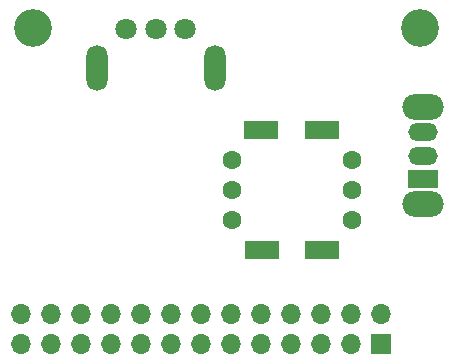
<source format=gbr>
G04 #@! TF.GenerationSoftware,KiCad,Pcbnew,(5.1.9)-1*
G04 #@! TF.CreationDate,2021-02-23T11:03:35+09:00*
G04 #@! TF.ProjectId,chassis,63686173-7369-4732-9e6b-696361645f70,rev?*
G04 #@! TF.SameCoordinates,Original*
G04 #@! TF.FileFunction,Soldermask,Bot*
G04 #@! TF.FilePolarity,Negative*
%FSLAX46Y46*%
G04 Gerber Fmt 4.6, Leading zero omitted, Abs format (unit mm)*
G04 Created by KiCad (PCBNEW (5.1.9)-1) date 2021-02-23 11:03:35*
%MOMM*%
%LPD*%
G01*
G04 APERTURE LIST*
%ADD10O,1.800000X3.900000*%
%ADD11C,1.800000*%
%ADD12R,3.000000X1.500000*%
%ADD13C,1.600000*%
%ADD14C,3.200000*%
%ADD15O,1.700000X1.700000*%
%ADD16R,1.700000X1.700000*%
%ADD17R,2.500000X1.500000*%
%ADD18O,2.500000X1.500000*%
%ADD19O,3.500000X2.200000*%
G04 APERTURE END LIST*
D10*
X40974000Y-40082000D03*
X50974000Y-40082000D03*
D11*
X43474000Y-36782000D03*
X45974000Y-36782000D03*
X48474000Y-36782000D03*
D12*
X60071000Y-45339000D03*
X54881000Y-45339000D03*
X54991000Y-55499000D03*
X60071000Y-55499000D03*
D13*
X62611000Y-52959000D03*
X62611000Y-50419000D03*
X62611000Y-47879000D03*
X52451000Y-47879000D03*
X52451000Y-52959000D03*
X52451000Y-50419000D03*
D14*
X35560000Y-36703000D03*
X68326000Y-36703000D03*
D15*
X34544000Y-60960000D03*
X34544000Y-63500000D03*
X37084000Y-60960000D03*
X37084000Y-63500000D03*
X39624000Y-60960000D03*
X39624000Y-63500000D03*
X42164000Y-60960000D03*
X42164000Y-63500000D03*
X44704000Y-60960000D03*
X44704000Y-63500000D03*
X47244000Y-60960000D03*
X47244000Y-63500000D03*
X49784000Y-60960000D03*
X49784000Y-63500000D03*
X52324000Y-60960000D03*
X52324000Y-63500000D03*
X54864000Y-60960000D03*
X54864000Y-63500000D03*
X57404000Y-60960000D03*
X57404000Y-63500000D03*
X59944000Y-60960000D03*
X59944000Y-63500000D03*
X62484000Y-60960000D03*
X62484000Y-63500000D03*
X65024000Y-60960000D03*
D16*
X65024000Y-63500000D03*
D17*
X68580000Y-49530000D03*
D18*
X68580000Y-47530000D03*
X68580000Y-45530000D03*
D19*
X68580000Y-51630000D03*
X68580000Y-43430000D03*
M02*

</source>
